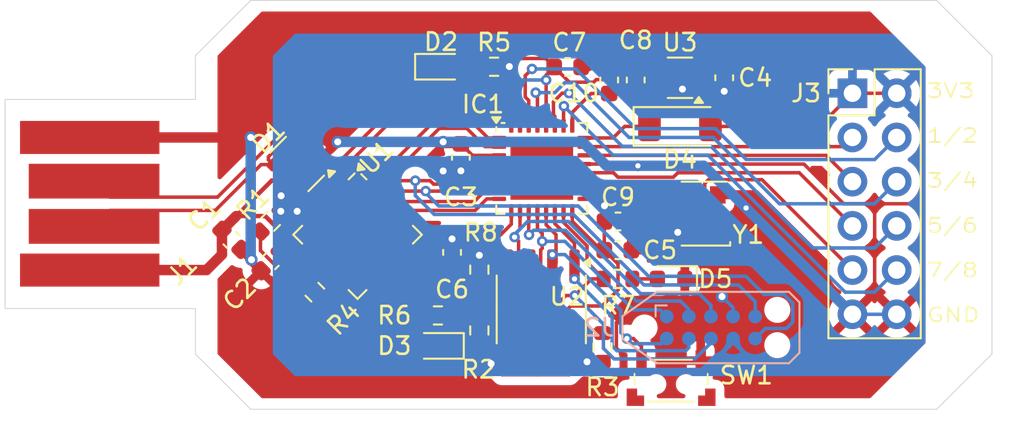
<source format=kicad_pcb>
(kicad_pcb (version 20241229) (generator "pcbnew") (generator_version "9.0")
  (title_block (title "UART384") (date "2025-08-26") (rev "v1.0") (comment 1 "a USB/UART enabled dev-board for the ice40LP384") (comment 2 "https://github.com/dpiegdon/uart384"))
  (layers (0 "F.Cu" signal) (2 "B.Cu" signal) (13 "F.Paste" user) (15 "B.Paste" user) (5 "F.SilkS" user "F.Silkscreen") (7 "B.SilkS" user "B.Silkscreen") (1 "F.Mask" user) (3 "B.Mask" user) (25 "Edge.Cuts" user))
  (net 0 "")
  (net 1 "GND")
  (net 2 "VBUS")
  (net 3 "+3V3")
  (net 4 "+1V2")
  (net 5 "/DN")
  (net 6 "/DP")
  (net 7 "+2V5")
  (net 8 "/SDI")
  (net 9 "/UART_DTR")
  (net 10 "/GPIO3")
  (net 11 "/GPIO1")
  (net 12 "/GPIO7")
  (net 13 "/CDONE")
  (net 14 "/SCK")
  (net 15 "/CLK32M")
  (net 16 "/GPIO6")
  (net 17 "/GPIO4")
  (net 18 "/CRESET_B")
  (net 19 "/SS")
  (net 20 "/UART_DSR")
  (net 21 "/GPIO2")
  (net 22 "/UART_RXD")
  (net 23 "/UART_DCD")
  (net 24 "/UART_CTS")
  (net 25 "/GPIO5")
  (net 26 "/GPIO8")
  (net 27 "/UART_RTS")
  (net 29 "/UART_RI")
  (net 30 "/SDO")
  (net 31 "/UART_TXD")
  (net 32 "Net-(U1-~{RST})")
  (net 33 "Net-(U2-~{WP}{slash}IO2)")
  (net 34 "Net-(U2-~{HOLD}{slash}IO3)")
  (net 35 "Net-(U1-~{SUSPEND})")
  (net 49 "Net-(D3-A)")
  (net 50 "Net-(D2-A)")
  (net 51 "Net-(D5-A)")
  (footprint "Capacitor_SMD:C_0603_1608Metric" (layer "F.Cu") (at 112.43816 69.088 90)
    (property "Reference" "C8")
    (property "Value" "1u")
  )
  (footprint "Resistor_SMD:R_0603_1608Metric" (layer "F.Cu") (at 111.42216 80.518)
    (property "Reference" "R7")
    (property "Value" "1k")
  )
  (footprint "Resistor_SMD:R_0603_1608Metric" (layer "F.Cu") (at 103.463159 79.986001 -90)
    (property "Reference" "R8")
    (property "Value" "10K")
  )
  (footprint "Capacitor_SMD:C_0603_1608Metric" (layer "F.Cu") (at 89.237168 78.272008 -45)
    (property "Reference" "C1")
    (property "Value" "1u")
  )
  (footprint "Resistor_SMD:R_0603_1608Metric" (layer "F.Cu") (at 94.02316 81.28 -45)
    (property "Reference" "R4")
    (property "Value" "10K")
  )
  (footprint "Package_DFN_QFN:QFN-32-1EP_5x5mm_P0.5mm_EP3.6x3.6mm" (layer "F.Cu") (at 107.04716 74.168)
    (property "Reference" "IC1")
    (property "Value" "ICE40LP384-SG32")
  )
  (footprint "Connector_PinHeader_2.54mm:PinHeader_2x06_P2.54mm_Vertical" (layer "F.Cu") (at 124.87916 69.85)
    (property "Reference" "J3")
    (property "Value" "Conn_02x06_Odd_Even")
  )
  (footprint "Capacitor_SMD:C_0603_1608Metric" (layer "F.Cu") (at 117.518159 68.961 90)
    (property "Reference" "C4")
    (property "Value" "4u7")
  )
  (footprint "Capacitor_SMD:C_0603_1608Metric" (layer "F.Cu") (at 111.42216 77.216)
    (property "Reference" "C9")
    (property "Value" "100n")
  )
  (footprint "Resistor_SMD:R_0603_1608Metric" (layer "F.Cu") (at 103.463159 83.479001 90)
    (property "Reference" "R2")
    (property "Value" "10K")
  )
  (footprint "Capacitor_SMD:C_0603_1608Metric" (layer "F.Cu") (at 111.40916 78.867)
    (property "Reference" "C5")
    (property "Value" "1u")
  )
  (footprint "Oscillator:Oscillator_SMD_EuroQuartz_XO32-4Pin_3.2x2.5mm" (layer "F.Cu") (at 116.37516 76.767 180)
    (property "Reference" "Y1")
    (property "Value" "XO32")
  )
  (footprint "dpiegdon:CONN-USB-A-PCB-TRACES" (layer "F.Cu") (at 76.2 76.2 -90)
    (property "Reference" "J1" (hide yes))
    (property "Value" "USB_A" (hide yes))
  )
  (footprint "Capacitor_SMD:C_0603_1608Metric" (layer "F.Cu") (at 108.53266 68.341)
    (property "Reference" "C7")
    (property "Value" "100n")
  )
  (footprint "Capacitor_SMD:C_0603_1608Metric" (layer "F.Cu") (at 91.48316 79.502 -135)
    (property "Reference" "C2")
    (property "Value" "100n")
  )
  (footprint "LED_SMD:LED_0603_1608Metric" (layer "F.Cu") (at 101.26216 68.326)
    (property "Reference" "D2")
    (property "Value" "LED")
  )
  (footprint "Resistor_SMD:R_0603_1608Metric" (layer "F.Cu") (at 101.08516 82.616 180)
    (property "Reference" "R6")
    (property "Value" "1k")
  )
  (footprint "Capacitor_SMD:C_0603_1608Metric" (layer "F.Cu") (at 102.40516 73.533 90)
    (property "Reference" "C3")
    (property "Value" "100n")
  )
  (footprint "Package_TO_SOT_SMD:SOT-353_SC-70-5" (layer "F.Cu") (at 114.97816 68.961 180)
    (property "Reference" "U3")
    (property "Value" "MIC5365-1.2YC5")
  )
  (footprint "Capacitor_SMD:C_0603_1608Metric" (layer "F.Cu") (at 101.89716 78.994 -90)
    (property "Reference" "C6")
    (property "Value" "100n")
  )
  (footprint "LED_SMD:LED_0603_1608Metric" (layer "F.Cu") (at 114.47016 80.518 180)
    (property "Reference" "D5")
    (property "Value" "LED")
  )
  (footprint "dpiegdon:TS-1224W_Side_Button_2x4x3.3mm_3.5mm_3.8mm_SMD_Aliexpress" (layer "F.Cu") (at 114.47016 86.567 180)
    (property "Reference" "SW1")
    (property "Value" "SW_Push")
  )
  (footprint "Diode_SMD:D_MiniMELF" (layer "F.Cu") (at 114.97816 71.755)
    (property "Reference" "D4")
    (property "Value" "LL4148")
  )
  (footprint "Resistor_SMD:R_0603_1608Metric" (layer "F.Cu") (at 104.31016 68.326 180)
    (property "Reference" "R5")
    (property "Value" "1k")
  )
  (footprint "LED_SMD:LED_0603_1608Metric" (layer "F.Cu") (at 101.08516 84.366 180)
    (property "Reference" "D3")
    (property "Value" "LED")
  )
  (footprint "Package_SO:SOIC-8_3.9x4.9mm_P1.27mm" (layer "F.Cu") (at 107.019159 82.272001 -90)
    (property "Reference" "U2")
    (property "Value" "AT25DF256-XMHN-T")
  )
  (footprint "Resistor_SMD:R_0603_1608Metric" (layer "F.Cu") (at 110.53316 84.455 90)
    (property "Reference" "R3")
    (property "Value" "10K")
  )
  (footprint "Resistor_SMD:R_0603_1608Metric" (layer "F.Cu") (at 91.48316 77.216 -135)
    (property "Reference" "R1")
    (property "Value" "4k7")
  )
  (footprint "Package_TO_SOT_SMD:SOT-143" (layer "F.Cu") (at 93.00716 73.914 -135)
    (property "Reference" "D1")
    (property "Value" "PRTR5V0U2X")
  )
  (footprint "Package_DFN_QFN:QFN-28-1EP_5x5mm_P0.5mm_EP3.35x3.35mm" (layer "F.Cu") (at 96.472911 77.977072 -45)
    (property "Reference" "U1")
    (property "Value" "CP2102-QFN28")
  )
  (footprint "Capacitor_SMD:C_0603_1608Metric" (layer "F.Cu") (at 110.91416 69.088 -90)
    (property "Reference" "C10")
    (property "Value" "100n")
  )
  (footprint "Connector:Tag-Connect_TC2050-IDC-NL_2x05_P1.27mm_Vertical" (layer "B.Cu") (at 116.75616 83.312)
    (property "Reference" "J2")
    (property "Value" "TC2050")
  )
  (gr_line (start 87.16516 82.2198) (end 76.24316 82.2198) (stroke (width 0.05)) (layer "Edge.Cuts"))
  (gr_line (start 129.71016 64.516) (end 132.88516 67.691) (stroke (width 0.05)) (layer "Edge.Cuts"))
  (gr_line (start 87.16516 67.691) (end 90.34016 64.516) (stroke (width 0.05)) (layer "Edge.Cuts"))
  (gr_line (start 87.16516 70.2056) (end 87.16516 67.691) (stroke (width 0.05)) (layer "Edge.Cuts"))
  (gr_line (start 90.34016 88.011) (end 87.16516 84.836) (stroke (width 0.05)) (layer "Edge.Cuts"))
  (gr_line (start 76.24316 70.2056) (end 87.16516 70.2056) (stroke (width 0.05)) (layer "Edge.Cuts"))
  (gr_line (start 129.71016 88.011) (end 90.34016 88.011) (stroke (width 0.05)) (layer "Edge.Cuts"))
  (gr_line (start 87.16516 84.836) (end 87.16516 82.2198) (stroke (width 0.05)) (layer "Edge.Cuts"))
  (gr_line (start 90.34016 64.516) (end 129.71016 64.516) (stroke (width 0.05)) (layer "Edge.Cuts"))
  (gr_line (start 132.88516 84.836) (end 129.71016 88.011) (stroke (width 0.05)) (layer "Edge.Cuts"))
  (gr_line (start 76.24316 82.2198) (end 76.24316 70.2056) (stroke (width 0.05)) (layer "Edge.Cuts"))
  (gr_line (start 132.88516 67.691) (end 132.88516 84.836) (stroke (width 0.05)) (layer "Edge.Cuts"))
  (gr_text "3V3\n\n1/2\n\n3/4\n\n5/6\n\n7/8\n\nGND" (at 129.07516 83.058 0) (layer "F.SilkS") (effects (font (size 0.8 1) (thickness 0.1)) (justify left bottom)))
  (segment (start 116.62916 82.296) (end 112.05716 82.296) (width 0.2) (layer "F.Cu") (net 1))
  (segment (start 101.872661 84.366) (end 101.872661 86.003499) (width 0.2) (layer "F.Cu") (net 1))
  (segment (start 101.38516 72.644) (end 101.38516 72.7) (width 0.2) (layer "F.Cu") (net 1))
  (segment (start 94.59815 74.090776) (end 94.59815 75.395204) (width 0.2) (layer "F.Cu") (net 1))
  (segment (start 117.39116 81.534) (end 116.62916 82.296) (width 0.2) (layer "F.Cu") (net 1))
  (segment (start 118.06116 75.692) (end 117.15016 75.692) (width 0.2) (layer "F.Cu") (net 1))
  (segment (start 126.15416 81.275) (end 124.87916 82.55) (width 0.2) (layer "F.Cu") (net 1))
  (segment (start 123.64516 81.316) (end 124.87916 82.55) (width 0.2) (layer "F.Cu") (net 1))
  (segment (start 117.39116 81.534) (end 117.39116 80.681) (width 0.2) (layer "F.Cu") (net 1))
  (segment (start 101.44316 72.758) (end 102.40516 72.758) (width 0.2) (layer "F.Cu") (net 1))
  (segment (start 128.31316 76.2) (end 128.94816 76.835) (width 0.2) (layer "F.Cu") (net 1))
  (segment (start 91.36416 71.366) (end 90.34016 72.39) (width 0.2) (layer "F.Cu") (net 1))
  (segment (start 117.60916 81.316) (end 123.64516 81.316) (width 0.2) (layer "F.Cu") (net 1))
  (segment (start 112.56516 73.918) (end 112.56516 74.018) (width 0.2) (layer "F.Cu") (net 1))
  (segment (start 89.789176 78.820016) (end 90.38516 79.416) (width 0.2) (layer "F.Cu") (net 1))
  (segment (start 124.37616 76.2) (end 126.15416 76.2) (width 0.2) (layer "F.Cu") (net 1))
  (segment (start 101.89716 79.769) (end 100.105232 77.977072) (width 0.2) (layer "F.Cu") (net 1))
  (segment (start 117.39116 81.534) (end 117.60916 81.316) (width 0.2) (layer "F.Cu") (net 1))
  (segment (start 95.33516 72.644) (end 94.65816 73.321) (width 0.2) (layer "F.Cu") (net 1))
  (segment (start 109.49716 73.918) (end 112.56516 73.918) (width 0.2) (layer "F.Cu") (net 1))
  (segment (start 94.05716 71.366) (end 91.36416 71.366) (width 0.2) (layer "F.Cu") (net 1))
  (segment (start 112.31116 78.994) (end 112.18416 78.867) (width 0.2) (layer "F.Cu") (net 1))
  (segment (start 94.244597 73.737223) (end 94.59815 74.090776) (width 0.2) (layer "F.Cu") (net 1))
  (segment (start 122.09416 73.918) (end 124.37616 76.2) (width 0.2) (layer "F.Cu") (net 1))
  (segment (start 90.935152 80.050008) (end 92.748507 81.863363) (width 0.2) (layer "F.Cu") (net 1))
  (segment (start 100.105232 77.977072) (end 96.472911 77.977072) (width 0.2) (layer "F.Cu") (net 1))
  (segment (start 95.725797 81.863363) (end 96.472911 81.116249) (width 0.2) (layer "F.Cu") (net 1))
  (segment (start 81.1 72.39) (end 90.34016 72.39) (width 0.6) (layer "F.Cu") (net 1))
  (segment (start 101.38516 72.7) (end 101.44316 72.758) (width 0.2) (layer "F.Cu") (net 1))
  (segment (start 115.68329 68.961) (end 115.928159 68.961) (width 0.2) (layer "F.Cu") (net 1))
  (segment (start 104.597159 73.418) (end 103.06516 73.418) (width 0.2) (layer "F.Cu") (net 1))
  (segment (start 126.15416 76.2) (end 128.31316 76.2) (width 0.2) (layer "F.Cu") (net 1))
  (segment (start 95.310397 81.863363) (end 95.725797 81.863363) (width 0.2) (layer "F.Cu") (net 1))
  (segment (start 94.65816 73.321) (end 94.65816 73.32366) (width 0.2) (layer "F.Cu") (net 1))
  (segment (start 128.94816 76.835) (end 128.94816 81.021) (width 0.2) (layer "F.Cu") (net 1))
  (segment (start 101.89716 79.769) (end 101.990161 79.862001) (width 0.2) (layer "F.Cu") (net 1))
  (segment (start 110.91416 68.313) (end 112.43816 68.313) (width 0.2) (layer "F.Cu") (net 1))
  (segment (start 103.06516 73.418) (end 102.40516 72.758) (width 0.2) (layer "F.Cu") (net 1))
  (segment (start 113.18716 67.564) (end 114.28629 67.564) (width 0.2) (layer "F.Cu") (net 1))
  (segment (start 126.15416 76.2) (end 126.15416 81.275) (width 0.2) (layer "F.Cu") (net 1))
  (segment (start 96.472911 81.116249) (end 96.472911 77.977072) (width 0.2) (layer "F.Cu") (net 1))
  (segment (start 89.785176 78.820016) (end 89.789176 78.820016) (width 0.2) (layer "F.Cu") (net 1))
  (segment (start 111.80316 84.963) (end 111.80316 85.725) (width 0.2) (layer "F.Cu") (net 1))
  (segment (start 118.77216 76.403) (end 118.06116 75.692) (width 0.2) (layer "F.Cu") (net 1))
  (segment (start 111.80316 85.725) (end 111.04116 86.487) (width 0.2) (layer "F.Cu") (net 1))
  (segment (start 95.094053 75.891107) (end 96.472911 77.269965) (width 0.2) (layer "F.Cu") (net 1))
  (segment (start 94.59815 75.395204) (end 95.094053 75.891107) (width 0.2) (layer "F.Cu") (net 1))
  (segment (start 94.65816 73.32366) (end 94.244597 73.737223) (width 0.2) (layer "F.Cu") (net 1))
  (segment (start 112.18416 78.867) (end 112.18416 77.978) (width 0.2) (layer "F.Cu") (net 1))
  (segment (start 110.88616 68.341) (end 110.91416 68.313) (width 0.2) (layer "F.Cu") (net 1))
  (segment (start 112.18416 77.978) (end 112.18416 77.229) (width 0.2) (layer "F.Cu") (net 1))
  (segment (start 95.33516 72.644) (end 94.05716 71.366) (width 0.2) (layer "F.Cu") (net 1))
  (segment (start 112.43816 68.313) (end 113.18716 67.564) (width 0.2) (layer "F.Cu") (net 1))
  (segment (start 111.32916 84.489) (end 111.80316 84.963) (width 0.2) (layer "F.Cu") (net 1))
  (segment (start 94.606523 81.863363) (end 95.310397 81.863363) (width 0.2) (layer "F.Cu") (net 1))
  (segment (start 92.748507 81.863363) (end 94.606523 81.863363) (width 0.2) (layer "F.Cu") (net 1))
  (segment (start 114.28629 67.564) (end 115.68329 68.961) (width 0.2) (layer "F.Cu") (net 1))
  (segment (start 128.94816 81.021) (end 127.41916 82.55) (width 0.2) (layer "F.Cu") (net 1))
  (segment (start 112.05716 82.296) (end 111.32916 83.024) (width 0.2) (layer "F.Cu") (net 1))
  (segment (start 101.990161 79.862001) (end 105.049159 79.862001) (width 0.2) (layer "F.Cu") (net 1))
  (segment (start 118.77216 76.443) (end 118.77216 76.403) (width 0.2) (layer "F.Cu") (net 1))
  (segment (start 109.30766 68.341) (end 110.88616 68.341) (width 0.2) (layer "F.Cu") (net 1))
  (segment (start 112.18416 77.229) (end 112.19716 77.216) (width 0.2) (layer "F.Cu") (net 1))
  (segment (start 111.32916 83.024) (end 111.32916 84.489) (width 0.2) (layer "F.Cu") (net 1))
  (segment (start 117.39116 80.681) (end 115.70416 78.994) (width 0.2) (layer "F.Cu") (net 1))
  (segment (start 96.472911 77.269965) (end 96.472911 77.977072) (width 0.2) (layer "F.Cu") (net 1))
  (segment (start 112.56516 73.918) (end 122.09416 73.918) (width 0.2) (layer "F.Cu") (net 1))
  (segment (start 115.70416 78.994) (end 112.31116 78.994) (width 0.2) (layer "F.Cu") (net 1))
  (segment (start 105.049159 79.862001) (end 105.114159 79.797001) (width 0.2) (layer "F.Cu") (net 1))
  (via (at 117.39116 81.534) (size 0.7) (drill 0.4) (layers "F.Cu" "B.Cu") (net 1))
  (via (at 112.56516 74.018) (size 0.6) (drill 0.3) (layers "F.Cu" "B.Cu") (net 1))
  (via (at 101.38516 72.644) (size 0.7) (drill 0.4) (layers "F.Cu" "B.Cu") (net 1))
  (via (at 90.38516 79.416) (size 0.7) (drill 0.4) (layers "F.Cu" "B.Cu") (net 1))
  (via (at 95.33516 72.644) (size 0.7) (drill 0.4) (layers "F.Cu" "B.Cu") (net 1))
  (via (at 90.34016 72.39) (size 0.7) (drill 0.4) (layers "F.Cu" "B.Cu") (net 1))
  (via (at 118.77216 76.443) (size 0.6) (drill 0.3) (layers "F.Cu" "B.Cu") (net 1))
  (segment (start 101.38516 72.816) (end 101.38516 72.644) (width 0.2) (layer "B.Cu") (net 1))
  (segment (start 110.76416 74.018) (end 109.39016 72.644) (width 0.6) (layer "B.Cu") (net 1))
  (segment (start 95.33516 72.644) (end 101.38516 72.644) (width 0.6) (layer "B.Cu") (net 1))
  (segment (start 116.34716 74.018) (end 118.77216 76.443) (width 0.6) (layer "B.Cu") (net 1))
  (segment (start 109.39016 72.644) (end 101.38516 72.644) (width 0.6) (layer "B.Cu") (net 1))
  (segment (start 118.77216 76.443) (end 124.87916 82.55) (width 0.6) (layer "B.Cu") (net 1))
  (segment (start 118.02616 82.169) (end 118.02616 82.677) (width 0.2) (layer "B.Cu") (net 1))
  (segment (start 124.87916 82.55) (end 127.41916 82.55) (width 0.2) (layer "B.Cu") (net 1))
  (segment (start 112.56516 74.018) (end 116.34716 74.018) (width 0.6) (layer "B.Cu") (net 1))
  (segment (start 112.56516 74.018) (end 110.76416 74.018) (width 0.6) (layer "B.Cu") (net 1))
  (segment (start 90.34016 79.371) (end 90.34016 72.39) (width 0.6) (layer "B.Cu") (net 1))
  (segment (start 117.39116 81.534) (end 118.02616 82.169) (width 0.2) (layer "B.Cu") (net 1))
  (segment (start 92.60616 78.379) (end 92.60616 78.339) (width 0.25) (layer "F.Cu") (net 2))
  (segment (start 81.1 80.01) (end 87.80016 80.01) (width 0.6) (layer "F.Cu") (net 2))
  (segment (start 93.370016 78.339) (end 93.679839 78.648823) (width 0.25) (layer "F.Cu") (net 2))
  (segment (start 92.544947 74.866) (end 92.971805 75.292858) (width 0.25) (layer "F.Cu") (net 2))
  (segment (start 93.38816 77.597) (end 91.86416 77.597) (width 0.25) (layer "F.Cu") (net 2))
  (segment (start 91.54716 74.866) (end 92.544947 74.866) (width 0.25) (layer "F.Cu") (net 2))
  (segment (start 87.80016 80.01) (end 88.68916 79.121) (width 0.6) (layer "F.Cu") (net 2))
  (segment (start 91.740591 77.473431) (end 92.60616 78.339) (width 0.25) (layer "F.Cu") (net 2))
  (segment (start 92.60616 78.339) (end 93.370016 78.339) (width 0.25) (layer "F.Cu") (net 2))
  (segment (start 93.679839 77.305321) (end 93.38816 77.597) (width 0.25) (layer "F.Cu") (net 2))
  (segment (start 88.68916 77.724) (end 89.50645 76.90671) (width 0.6) (layer "F.Cu") (net 2))
  (segment (start 91.17387 76.90671) (end 90.41187 76.90671) (width 0.25) (layer "F.Cu") (net 2))
  (segment (start 91.740591 77.473431) (end 91.17387 76.90671) (width 0.25) (layer "F.Cu") (net 2))
  (segment (start 92.031168 78.953992) (end 92.60616 78.379) (width 0.25) (layer "F.Cu") (net 2))
  (segment (start 89.50645 76.90671) (end 90.41187 76.90671) (width 0.25) (layer "F.Cu") (net 2))
  (segment (start 91.86416 77.597) (end 91.740591 77.473431) (width 0.25) (layer "F.Cu") (net 2))
  (segment (start 88.68916 79.121) (end 88.68916 77.724) (width 0.6) (layer "F.Cu") (net 2))
  (segment (start 89.50645 76.90671) (end 91.54716 74.866) (width 0.25) (layer "F.Cu") (net 2))
  (segment (start 110.45646 78.867) (end 110.63416 78.867) (width 0.2) (layer "F.Cu") (net 3))
  (segment (start 110.53316 85.28) (end 109.64416 85.28) (width 0.2) (layer "F.Cu") (net 3))
  (segment (start 110.50066 82.0745) (end 111.42216 81.153) (width 0.2) (layer "F.Cu") (net 3))
  (segment (start 116.253159 69.611) (end 115.92816 69.611) (width 0.2) (layer "F.Cu") (net 3))
  (segment (start 108.924159 84.747001) (end 108.924159 85.722) (width 0.2) (layer "F.Cu") (net 3))
  (segment (start 103.463159 79.161001) (end 102.839161 79.161001) (width 0.2) (layer "F.Cu") (net 3))
  (segment (start 110.74816 76.314) (end 110.64716 76.314) (width 0.2) (layer "F.Cu") (net 3))
  (segment (start 108.623158 86.023001) (end 106.72316 86.023001) (width 0.2) (layer "F.Cu") (net 3))
  (segment (start 110.63416 77.978) (end 110.63416 77.229) (width 0.2) (layer "F.Cu") (net 3))
  (segment (start 104.138675 85.388485) (end 104.773191 86.023001) (width 0.2) (layer "F.Cu") (net 3))
  (segment (start 102.40516 74.308) (end 102.79516 73.918) (width 0.2) (layer "F.Cu") (net 3))
  (segment (start 115.92816 69.611) (end 115.12016 69.611) (width 0.2) (layer "F.Cu") (net 3))
  (segment (start 106.72316 86.023001) (end 104.773191 86.023001) (width 0.2) (layer "F.Cu") (net 3))
  (segment (start 124.87916 69.85) (end 127.41916 69.85) (width 0.2) (layer "F.Cu") (net 3))
  (segment (start 110.64716 76.441) (end 110.64716 77.216) (width 0.2) (layer "F.Cu") (net 3))
  (segment (start 108.797159 77.207699) (end 110.45646 78.867) (width 0.2) (layer "F.Cu") (net 3))
  (segment (start 110.63416 77.229) (end 110.64716 77.216) (width 0.2) (layer "F.Cu") (net 3))
  (segment (start 108.924159 85.722) (end 108.623158 86.023001) (width 0.2) (layer "F.Cu") (net 3))
  (segment (start 115.60016 77.842) (end 114.85116 77.842) (width 0.2) (layer "F.Cu") (net 3))
  (segment (start 115.60016 77.842) (end 117.15016 77.842) (width 0.2) (layer "F.Cu") (net 3))
  (segment (start 108.63166 69.215) (end 107.75766 68.341) (width 0.2) (layer "F.Cu") (net 3))
  (segment (start 108.797159 76.618) (end 108.797159 77.207699) (width 0.2) (layer "F.Cu") (net 3))
  (segment (start 107.75766 68.341) (end 107.29716 68.8015) (width 0.2) (layer "F.Cu") (net 3))
  (segment (start 111.42216 81.153) (end 111.42216 79.655) (width 0.2) (layer "F.Cu") (net 3))
  (segment (start 102.79516 73.918) (end 104.59716 73.918) (width 0.2) (layer "F.Cu") (net 3))
  (segment (start 116.72816 71.755) (end 122.97416 71.755) (width 0.2) (layer "F.Cu") (net 3))
  (segment (start 107.053159 85.693002) (end 107.053159 83.731033) (width 0.2) (layer "F.Cu") (net 3))
  (segment (start 110.251159 75.917999) (end 110.64716 76.314) (width 0.2) (layer "F.Cu") (net 3))
  (segment (start 102.40516 74.308) (end 101.39316 74.308) (width 0.2) (layer "F.Cu") (net 3))
  (segment (start 109.64416 85.28) (end 109.457158 85.28) (width 0.2) (layer "F.Cu") (net 3))
  (segment (start 116.554159 69.31) (end 116.253159 69.611) (width 0.2) (layer "F.Cu") (net 3))
  (segment (start 116.173029 68.311) (end 116.554159 68.69213) (width 0.2) (layer "F.Cu") (net 3))
  (segment (start 101.89716 78.219) (end 101.91016 78.232) (width 0.2) (layer "F.Cu") (net 3))
  (segment (start 122.97416 71.755) (end 124.87916 69.85) (width 0.2) (layer "F.Cu") (net 3))
  (segment (start 110.02516 69.215) (end 108.63166 69.215) (width 0.2) (layer "F.Cu") (net 3))
  (segment (start 102.839161 79.161001) (end 101.89716 78.219) (width 0.2) (layer "F.Cu") (net 3))
  (segment (start 92.066523 76.632637) (end 92.066523 75.759637) (width 0.25) (layer "F.Cu") (net 3))
  (segment (start 107.29716 68.8015) (end 107.29716 69.088) (width 0.2) (layer "F.Cu") (net 3))
  (segment (start 107.26866 67.852) (end 107.75766 68.341) (width 0.2) (layer "F.Cu") (net 3))
  (segment (start 113.33616 76.327) (end 110.76116 76.327) (width 0.2) (layer "F.Cu") (net 3))
  (segment (start 107.29716 71.718) (end 107.29716 69.088) (width 0.2) (layer "F.Cu") (net 3))
  (segment (start 116.554159 68.69213) (end 116.554159 69.31) (width 0.2) (layer "F.Cu") (net 3))
  (segment (start 117.393159 69.611) (end 117.518159 69.736) (width 0.2) (layer "F.Cu") (net 3))
  (segment (start 110.63416 78.867) (end 110.63416 77.978) (width 0.2) (layer "F.Cu") (net 3))
  (segment (start 108.709692 82.0745) (end 110.50066 82.0745) (width 0.2) (layer "F.Cu") (net 3))
  (segment (start 110.64716 76.314) (end 110.64716 76.441) (width 0.2) (layer "F.Cu") (net 3))
  (segment (start 103.508159 79.161001) (end 103.463159 79.161001) (width 0.2) (layer "F.Cu") (net 3))
  (segment (start 114.85116 77.842) (end 113.33616 76.327) (width 0.2) (layer "F.Cu") (net 3))
  (segment (start 93.00716 76.632637) (end 92.066523 76.632637) (width 0.25) (layer "F.Cu") (net 3))
  (segment (start 115.92816 68.311) (end 116.173029 68.311) (width 0.2) (layer "F.Cu") (net 3))
  (segment (start 116.72816 71.755) (end 116.72816 71.021) (width 0.2) (layer "F.Cu") (net 3))
  (segment (start 110.17616 69.064) (end 110.02516 69.215) (width 0.2) (layer "F.Cu") (net 3))
  (segment (start 101.39316 74.308) (end 101.38516 74.316) (width 0.2) (layer "F.Cu") (net 3))
  (segment (start 106.72316 86.023001) (end 107.053159 85.693002) (width 0.2) (layer "F.Cu") (net 3))
  (segment (start 116.72816 71.021) (end 117.518159 70.231001) (width 0.2) (layer "F.Cu") (net 3))
  (segment (start 105.13516 68.326) (end 105.60916 67.852) (width 0.2) (layer "F.Cu") (net 3))
  (segment (start 105.297161 77.371999) (end 103.508159 79.161001) (width 0.2) (layer "F.Cu") (net 3))
  (segment (start 109.457158 85.28) (end 108.924159 84.747001) (width 0.2) (layer "F.Cu") (net 3))
  (segment (start 115.12016 69.611) (end 114.57316 69.064) (width 0.2) (layer "F.Cu") (net 3))
  (segment (start 103.463159 84.304001) (end 103.463159 84.712969) (width 0.2) (layer "F.Cu") (net 3))
  (segment (start 115.92816 69.611) (end 117.393159 69.611) (width 0.2) (layer "F.Cu") (net 3))
  (segment (start 93.00716 76.632637) (end 93.714263 76.632637) (width 0.25) (layer "F.Cu") (net 3))
  (segment (start 93.714263 76.632637) (end 94.033393 76.951767) (width 0.25) (layer "F.Cu") (net 3))
  (segment (start 105.60916 67.852) (end 107.26866 67.852) (width 0.2) (layer "F.Cu") (net 3))
  (segment (start 105.297161 76.618) (end 105.297161 77.371999) (width 0.2) (layer "F.Cu") (net 3))
  (segment (start 92.066523 75.759637) (end 92.08516 75.741) (width 0.25) (layer "F.Cu") (net 3))
  (segment (start 103.463159 84.712969) (end 104.138675 85.388485) (width 0.2) (layer "F.Cu") (net 3))
  (segment (start 111.42216 79.655) (end 110.63416 78.867) (width 0.2) (layer "F.Cu") (net 3))
  (segment (start 109.49716 75.917999) (end 110.251159 75.917999) (width 0.2) (layer "F.Cu") (net 3))
  (segment (start 114.57316 69.064) (end 110.17616 69.064) (width 0.2) (layer "F.Cu") (net 3))
  (segment (start 110.76116 76.327) (end 110.74816 76.314) (width 0.2) (layer "F.Cu") (net 3))
  (segment (start 115.92816 69.657) (end 115.92816 69.611) (width 0.2) (layer "F.Cu") (net 3))
  (segment (start 107.053159 83.731033) (end 108.709692 82.0745) (width 0.2) (layer "F.Cu") (net 3))
  (segment (start 117.518159 70.231001) (end 117.518159 69.736) (width 0.2) (layer "F.Cu") (net 3))
  (via (at 102.40516 74.308) (size 0.7) (drill 0.4) (layers "F.Cu" "B.Cu") (net 3))
  (via (at 114.85116 77.842) (size 0.7) (drill 0.4) (layers "F.Cu" "B.Cu") (net 3))
  (via (at 93.00716 76.632637) (size 0.7) (drill 0.4) (layers "F.Cu" "B.Cu") (net 3))
  (via (at 101.89716 78.219) (size 0.7) (drill 0.4) (layers "F.Cu" "B.Cu") (net 3))
  (via (at 105.18516 68.316) (size 0.7) (drill 0.4) (layers "F.Cu" "B.Cu") (net 3))
  (via (at 92.08516 75.741) (size 0.7) (drill 0.4) (layers "F.Cu" "B.Cu") (net 3))
  (via (at 101.38516 74.316) (size 0.7) (drill 0.4) (layers "F.Cu" "B.Cu") (net 3))
  (via (at 115.12016 69.611) (size 0.7) (drill 0.4) (layers "F.Cu" "B.Cu") (net 3))
  (via (at 107.29716 69.088) (size 0.6) (drill 0.3) (layers "F.Cu" "B.Cu") (net 3))
  (via (at 109.64416 85.28) (size 0.7) (drill 0.4) (layers "F.Cu" "B.Cu") (net 3))
  (via (at 110.64716 76.314) (size 0.7) (drill 0.4) (layers "F.Cu" "B.Cu") (net 3))
  (via (at 104.138675 85.388485) (size 0.7) (drill 0.4) (layers "F.Cu" "B.Cu") (net 3))
  (via (at 92.066523 76.632637) (size 0.7) (drill 0.4) (layers "F.Cu" "B.Cu") (net 3))
  (via (at 103.463159 79.161001) (size 0.7) (drill 0.4) (layers "F.Cu" "B.Cu") (net 3))
  (via (at 117.518159 69.736) (size 0.7) (drill 0.4) (layers "F.Cu" "B.Cu") (net 3))
  (segment (start 105.76866 69.088) (end 105.18516 68.5045) (width 0.2) (layer "B.Cu") (net 3))
  (segment (start 110.08916 85.725) (end 109.64416 85.28) (width 0.2) (layer "B.Cu") (net 3))
  (segment (start 105.18516 68.5045) (end 105.18516 68.316) (width 0.2) (layer "B.Cu") (net 3))
  (segment (start 116.47891 85.725) (end 110.08916 85.725) (width 0.2) (layer "B.Cu") (net 3))
  (segment (start 118.02616 83.947) (end 118.02616 84.17775) (width 0.2) (layer "B.Cu") (net 3))
  (segment (start 107.29716 69.088) (end 105.76866 69.088) (width 0.2) (layer "B.Cu") (net 3))
  (segment (start 118.02616 84.17775) (end 116.47891 85.725) (width 0.2) (layer "B.Cu") (net 3))
  (segment (start 114.02816 69.611) (end 112.69016 69.611) (width 0.2) (layer "F.Cu") (net 4))
  (segment (start 109.88516 69.863) (end 110.91416 69.863) (width 0.2) (layer "F.Cu") (net 4))
  (segment (start 108.797159 71.718) (end 108.797159 70.951001) (width 0.2) (layer "F.Cu") (net 4))
  (segment (start 110.91416 69.863) (end 112.43816 69.863) (width 0.2) (layer "F.Cu") (net 4))
  (segment (start 108.797159 70.951001) (end 109.88516 69.863) (width 0.2) (layer "F.Cu") (net 4))
  (segment (start 112.69016 69.611) (end 112.43816 69.863) (width 0.2) (layer "F.Cu") (net 4))
  (segment (start 92.62616 74.026559) (end 92.62616 73.152) (width 0.2) (layer "F.Cu") (net 5))
  (segment (start 92.410302 72.936142) (end 91.919068 72.936142) (width 0.2) (layer "F.Cu") (net 5))
  (segment (start 91.35616 73.49905) (end 91.35616 73.677213) (width 0.2) (layer "F.Cu") (net 5))
  (segment (start 91.35616 73.677213) (end 91.628302 73.949355) (width 0.2) (layer "F.Cu") (net 5))
  (segment (start 81.35 77.5) (end 82.269 76.581) (width 0.2) (layer "F.Cu") (net 5))
  (segment (start 82.269 76.581) (end 88.30816 76.581) (width 0.2) (layer "F.Cu") (net 5))
  (segment (start 91.919068 72.936142) (end 91.35616 73.49905) (width 0.2) (layer "F.Cu") (net 5))
  (segment (start 94.386946 76.598214) (end 93.776381 75.987649) (width 0.2) (layer "F.Cu") (net 5))
  (segment (start 92.62616 73.152) (end 92.410302 72.936142) (width 0.2) (layer "F.Cu") (net 5))
  (segment (start 88.30816 76.581) (end 90.939805 73.949355) (width 0.2) (layer "F.Cu") (net 5))
  (segment (start 93.776381 75.987649) (end 93.776381 75.17678) (width 0.2) (layer "F.Cu") (net 5))
  (segment (start 93.776381 75.17678) (end 92.62616 74.026559) (width 0.2) (layer "F.Cu") (net 5))
  (segment (start 90.939805 73.949355) (end 91.628302 73.949355) (width 0.2) (layer "F.Cu") (net 5))
  (segment (start 93.042515 73.875814) (end 94.177381 75.01068) (width 0.2) (layer "F.Cu") (net 6))
  (segment (start 91.719018 72.535142) (end 88.43516 75.819) (width 0.2) (layer "F.Cu") (net 6))
  (segment (start 94.177381 75.01068) (end 94.177381 75.681542) (width 0.2) (layer "F.Cu") (net 6))
  (segment (start 93.042515 72.535142) (end 91.719018 72.535142) (width 0.2) (layer "F.Cu") (net 6))
  (segment (start 82.269 75.819) (end 81.35 74.9) (width 0.2) (layer "F.Cu") (net 6))
  (segment (start 88.43516 75.819) (end 82.269 75.819) (width 0.2) (layer "F.Cu") (net 6))
  (segment (start 93.042515 72.535142) (end 93.042515 73.875814) (width 0.2) (layer "F.Cu") (net 6))
  (segment (start 94.177381 75.681542) (end 94.740499 76.24466) (width 0.2) (layer "F.Cu") (net 6))
  (segment (start 111.80316 71.755) (end 113.22816 71.755) (width 0.2) (layer "F.Cu") (net 7))
  (segment (start 109.49716 72.418001) (end 111.140159 72.418001) (width 0.2) (layer "F.Cu") (net 7))
  (segment (start 111.140159 72.418001) (end 111.80316 71.755) (width 0.2) (layer "F.Cu") (net 7))
  (segment (start 107.86616 77.978) (end 107.29716 77.409) (width 0.2) (layer "F.Cu") (net 8))
  (segment (start 112.77016 85.217) (end 112.77016 84.406) (width 0.2) (layer "F.Cu") (net 8))
  (segment (start 107.86616 79.585) (end 107.86616 77.978) (width 0.2) (layer "F.Cu") (net 8))
  (segment (start 112.77016 84.406) (end 112.31116 83.947) (width 0.2) (layer "F.Cu") (net 8))
  (segment (start 107.29716 77.409) (end 107.29716 76.618) (width 0.2) (layer "F.Cu") (net 8))
  (segment (start 112.31116 83.947) (end 111.93016 83.947) (width 0.2) (layer "F.Cu") (net 8))
  (segment (start 107.654159 79.797001) (end 107.86616 79.585) (width 0.2) (layer "F.Cu") (net 8))
  (via (at 111.93016 83.947) (size 0.6) (drill 0.3) (layers "F.Cu" "B.Cu") (net 8))
  (via (at 107.654159 79.121) (size 0.6) (drill 0.3) (layers "F.Cu" "B.Cu") (net 8))
  (segment (start 111.58516 83.602) (end 111.58516 82.329058) (width 0.2) (layer "B.Cu") (net 8))
  (segment (start 111.93016 83.947) (end 111.58516 83.602) (width 0.2) (layer "B.Cu") (net 8))
  (segment (start 111.58516 82.329058) (end 108.377102 79.121) (width 0.2) (layer "B.Cu") (net 8))
  (segment (start 113.92246 84.2407) (end 114.21616 83.947) (width 0.2) (layer "B.Cu") (net 8))
  (segment (start 112.22386 84.2407) (end 113.92246 84.2407) (width 0.2) (layer "B.Cu") (net 8))
  (segment (start 111.93016 83.947) (end 112.22386 84.2407) (width 0.2) (layer "B.Cu") (net 8))
  (segment (start 108.377102 79.121) (end 107.654159 79.121) (width 0.2) (layer "B.Cu") (net 8))
  (segment (start 103.957161 72.418001) (end 104.59716 72.418001) (width 0.2) (layer "F.Cu") (net 9))
  (segment (start 97.144662 75.184) (end 100.914662 71.414) (width 0.2) (layer "F.Cu") (net 9))
  (segment (start 100.914662 71.414) (end 102.95316 71.414) (width 0.2) (layer "F.Cu") (net 9))
  (segment (start 102.95316 71.414) (end 103.957161 72.418001) (width 0.2) (layer "F.Cu") (net 9))
  (segment (start 124.87916 74.93) (end 123.36716 73.418) (width 0.2) (layer "F.Cu") (net 10))
  (segment (start 123.36716 73.418) (end 109.497161 73.418) (width 0.2) (layer "F.Cu") (net 10))
  (segment (start 124.35116 72.918) (end 124.87916 72.39) (width 0.2) (layer "F.Cu") (net 11))
  (segment (start 109.49716 72.918) (end 124.35116 72.918) (width 0.2) (layer "F.Cu") (net 11))
  (segment (start 113.70816 75.692) (end 114.72416 76.708) (width 0.2) (layer "F.Cu") (net 12))
  (segment (start 114.72416 76.708) (end 116.12116 76.708) (width 0.2) (layer "F.Cu") (net 12))
  (segment (start 110.76716 75.418) (end 111.04116 75.692) (width 0.2) (layer "F.Cu") (net 12))
  (segment (start 119.68816 74.819) (end 124.87916 80.01) (width 0.2) (layer "F.Cu") (net 12))
  (segment (start 116.39916 76.43) (end 116.39916 75.033) (width 0.2) (layer "F.Cu") (net 12))
  (segment (start 116.12116 76.708) (end 116.39916 76.43) (width 0.2) (layer "F.Cu") (net 12))
  (segment (start 109.49716 75.418) (end 110.76716 75.418) (width 0.2) (layer "F.Cu") (net 12))
  (segment (start 111.04116 75.692) (end 113.70816 75.692) (width 0.2) (layer "F.Cu") (net 12))
  (segment (start 116.61316 74.819) (end 119.68816 74.819) (width 0.2) (layer "F.Cu") (net 12))
  (segment (start 116.39916 75.033) (end 116.61316 74.819) (width 0.2) (layer "F.Cu") (net 12))
  (segment (start 106.29716 77.806) (end 106.29716 76.618001) (width 0.2) (layer "F.Cu") (net 13))
  (segment (start 106.315159 77.984343) (end 106.315159 77.823999) (width 0.2) (layer "F.Cu") (net 13))
  (segment (start 106.315159 77.823999) (end 106.29716 77.806) (width 0.2) (layer "F.Cu") (net 13))
  (via (at 106.315159 77.984343) (size 0.6) (drill 0.3) (layers "F.Cu" "B.Cu") (net 13))
  (segment (start 106.315159 77.984343) (end 106.575502 77.724) (width 0.2) (layer "B.Cu") (net 13))
  (segment (start 112.47266 81.788) (end 115.00716 81.788) (width 0.2) (layer "B.Cu") (net 13))
  (segment (start 115.00716 81.788) (end 115.48616 82.267) (width 0.2) (layer "B.Cu") (net 13))
  (segment (start 115.48616 82.267) (end 115.48616 82.677) (width 0.2) (layer "B.Cu") (net 13))
  (segment (start 106.575502 77.724) (end 108.40866 77.724) (width 0.2) (layer "B.Cu") (net 13))
  (segment (start 108.40866 77.724) (end 112.47266 81.788) (width 0.2) (layer "B.Cu") (net 13))
  (segment (start 108.43466 81.4735) (end 108.94266 81.4735) (width 0.2) (layer "F.Cu") (net 14))
  (segment (start 106.384159 83.524001) (end 108.43466 81.4735) (width 0.2) (layer "F.Cu") (net 14))
  (segment (start 108.94266 81.4735) (end 109.89816 80.518) (width 0.2) (layer "F.Cu") (net 14))
  (segment (start 108.29716 77.2748) (end 108.29716 76.618) (width 0.2) (layer "F.Cu") (net 14))
  (segment (start 106.384159 84.747001) (end 106.384159 83.524001) (width 0.2) (layer "F.Cu") (net 14))
  (segment (start 110.59716 80.518) (end 109.64416 79.565) (width 0.2) (layer "F.Cu") (net 14))
  (segment (start 109.89816 80.518) (end 110.59716 80.518) (width 0.2) (layer "F.Cu") (net 14))
  (segment (start 109.64416 79.565) (end 109.64416 78.6218) (width 0.2) (layer "F.Cu") (net 14))
  (segment (start 109.64416 78.6218) (end 108.29716 77.2748) (width 0.2) (layer "F.Cu") (net 14))
  (via (at 108.94266 81.4735) (size 0.6) (drill 0.3) (layers "F.Cu" "B.Cu") (net 14))
  (segment (start 110.58516 84.507) (end 111.19416 85.116) (width 0.2) (layer "B.Cu") (net 14))
  (segment (start 115.83516 85.116) (end 116.75616 84.195) (width 0.2) (layer "B.Cu") (net 14))
  (segment (start 111.19416 85.116) (end 115.83516 85.116) (width 0.2) (layer "B.Cu") (net 14))
  (segment (start 116.75616 84.195) (end 116.75616 83.947) (width 0.2) (layer "B.Cu") (net 14))
  (segment (start 110.58516 83.116) (end 110.58516 84.507) (width 0.2) (layer "B.Cu") (net 14))
  (segment (start 108.94266 81.4735) (end 110.58516 83.116) (width 0.2) (layer "B.Cu") (net 14))
  (segment (start 111.29516 75.184) (end 115.09216 75.184) (width 0.2) (layer "F.Cu") (net 15))
  (segment (start 109.497161 74.918) (end 111.02916 74.918) (width 0.2) (layer "F.Cu") (net 15))
  (segment (start 111.02916 74.918) (end 111.29516 75.184) (width 0.2) (layer "F.Cu") (net 15))
  (segment (start 115.09216 75.184) (end 115.60016 75.692) (width 0.2) (layer "F.Cu") (net 15))
  (segment (start 107.79716 71.717999) (end 107.79716 71.178) (width 0.2) (layer "F.Cu") (net 16))
  (segment (start 107.716898 71.097738) (end 107.716898 70.341074) (width 0.2) (layer "F.Cu") (net 16))
  (segment (start 107.716898 70.341074) (end 108.211628 69.846344) (width 0.2) (layer "F.Cu") (net 16))
  (segment (start 107.79716 71.178) (end 107.716898 71.097738) (width 0.2) (layer "F.Cu") (net 16))
  (segment (start 108.211628 69.846344) (end 108.61278 69.846344) (width 0.2) (layer "F.Cu") (net 16))
  (via (at 108.61278 69.846344) (size 0.6) (drill 0.3) (layers "F.Cu" "B.Cu") (net 16))
  (segment (start 126.14916 78.74) (end 127.41916 77.47) (width 0.2) (layer "B.Cu") (net 16))
  (segment (start 111.664436 72.898) (end 116.75616 72.898) (width 0.2) (layer "B.Cu") (net 16))
  (segment (start 116.75616 72.898) (end 122.59816 78.74) (width 0.2) (layer "B.Cu") (net 16))
  (segment (start 122.59816 78.74) (end 126.14916 78.74) (width 0.2) (layer "B.Cu") (net 16))
  (segment (start 108.61278 69.846344) (end 111.664436 72.898) (width 0.2) (layer "B.Cu") (net 16))
  (segment (start 106.79716 71.718) (end 106.79716 69.916) (width 0.2) (layer "F.Cu") (net 17))
  (segment (start 106.79716 69.916) (end 106.69716 69.816) (width 0.2) (layer "F.Cu") (net 17))
  (via (at 106.69716 69.816) (size 0.6) (drill 0.3) (layers "F.Cu" "B.Cu") (net 17))
  (segment (start 120.69316 76.2) (end 126.14916 76.2) (width 0.2) (layer "B.Cu") (net 17))
  (segment (start 106.69716 69.816) (end 107.793181 69.816) (width 0.2) (layer "B.Cu") (net 17))
  (segment (start 108.363837 69.245344) (end 108.912504 69.245344) (width 0.2) (layer "B.Cu") (net 17))
  (segment (start 108.912504 69.245344) (end 112.05716 72.39) (width 0.2) (layer "B.Cu") (net 17))
  (segment (start 126.14916 76.2) (end 127.41916 74.93) (width 0.2) (layer "B.Cu") (net 17))
  (segment (start 116.88316 72.39) (end 120.69316 76.2) (width 0.2) (layer "B.Cu") (net 17))
  (segment (start 112.05716 72.39) (end 116.88316 72.39) (width 0.2) (layer "B.Cu") (net 17))
  (segment (start 107.793181 69.816) (end 108.363837 69.245344) (width 0.2) (layer "B.Cu") (net 17))
  (segment (start 105.715159 80.812969) (end 105.455127 81.073001) (width 0.2) (layer "F.Cu") (net 18))
  (segment (start 105.715159 78.345999) (end 105.715159 80.812969) (width 0.2) (layer "F.Cu") (net 18))
  (segment (start 105.48516 77.964399) (end 105.48516 78.116) (width 0.2) (layer "F.Cu") (net 18))
  (segment (start 105.79716 77.652399) (end 105.48516 77.964399) (width 0.2) (layer "F.Cu") (net 18))
  (segment (start 105.48516 78.116) (end 105.715159 78.345999) (width 0.2) (layer "F.Cu") (net 18))
  (segment (start 105.455127 81.073001) (end 103.725159 81.073001) (width 0.2) (layer "F.Cu") (net 18))
  (segment (start 105.79716 76.618) (end 105.79716 77.652399) (width 0.2) (layer "F.Cu") (net 18))
  (segment (start 103.725159 81.073001) (end 103.463159 80.811001) (width 0.2) (layer "F.Cu") (net 18))
  (via (at 105.48516 78.116) (size 0.6) (drill 0.3) (layers "F.Cu" "B.Cu") (net 18))
  (segment (start 116.75616 82.037) (end 116.75616 82.677) (width 0.2) (layer "B.Cu") (net 18))
  (segment (start 116.08516 81.366) (end 116.75616 82.037) (width 0.2) (layer "B.Cu") (net 18))
  (segment (start 108.571188 77.216) (end 112.721188 81.366) (width 0.2) (layer "B.Cu") (net 18))
  (segment (start 105.48516 77.964399) (end 106.233559 77.216) (width 0.2) (layer "B.Cu") (net 18))
  (segment (start 105.48516 78.116) (end 105.48516 77.964399) (width 0.2) (layer "B.Cu") (net 18))
  (segment (start 106.233559 77.216) (end 108.571188 77.216) (width 0.2) (layer "B.Cu") (net 18))
  (segment (start 112.721188 81.366) (end 116.08516 81.366) (width 0.2) (layer "B.Cu") (net 18))
  (segment (start 108.924159 79.797001) (end 108.924159 78.468899) (width 0.2) (layer "F.Cu") (net 19))
  (segment (start 108.924159 78.468899) (end 107.79716 77.3419) (width 0.2) (layer "F.Cu") (net 19))
  (segment (start 107.79716 77.3419) (end 107.79716 76.618001) (width 0.2) (layer "F.Cu") (net 19))
  (via (at 108.924159 80.518) (size 0.6) (drill 0.3) (layers "F.Cu" "B.Cu") (net 19))
  (segment (start 115.30946 84.6417) (end 115.48616 84.465) (width 0.2) (layer "B.Cu") (net 19))
  (segment (start 111.35486 84.6417) (end 115.30946 84.6417) (width 0.2) (layer "B.Cu") (net 19))
  (segment (start 111.08516 82.679001) (end 111.08516 84.372) (width 0.2) (layer "B.Cu") (net 19))
  (segment (start 115.48616 84.465) (end 115.48616 83.947) (width 0.2) (layer "B.Cu") (net 19))
  (segment (start 108.924159 80.518) (end 111.08516 82.679001) (width 0.2) (layer "B.Cu") (net 19))
  (segment (start 111.08516 84.372) (end 111.35486 84.6417) (width 0.2) (layer "B.Cu") (net 19))
  (segment (start 97.498216 75.537554) (end 101.16977 71.866) (width 0.2) (layer "F.Cu") (net 20))
  (segment (start 101.16977 71.866) (end 102.73827 71.866) (width 0.2) (layer "F.Cu") (net 20))
  (segment (start 103.79027 72.918) (end 104.59716 72.918) (width 0.2) (layer "F.Cu") (net 20))
  (segment (start 102.73827 71.866) (end 103.79027 72.918) (width 0.2) (layer "F.Cu") (net 20))
  (segment (start 106.48516 68.453) (end 106.09616 68.842) (width 0.2) (layer "F.Cu") (net 21))
  (segment (start 106.29716 70.265943) (end 106.29716 71.717999) (width 0.2) (layer "F.Cu") (net 21))
  (segment (start 106.09616 70.064943) (end 106.29716 70.265943) (width 0.2) (layer "F.Cu") (net 21))
  (segment (start 106.09616 68.842) (end 106.09616 70.064943) (width 0.2) (layer "F.Cu") (net 21))
  (via (at 106.48516 68.453) (size 0.6) (drill 0.3) (layers "F.Cu" "B.Cu") (net 21))
  (segment (start 106.48516 68.453) (end 109.00916 68.453) (width 0.2) (layer "B.Cu") (net 21))
  (segment (start 126.14916 73.66) (end 127.41916 72.39) (width 0.2) (layer "B.Cu") (net 21))
  (segment (start 118.78816 73.66) (end 126.14916 73.66) (width 0.2) (layer "B.Cu") (net 21))
  (segment (start 117.01016 71.882) (end 118.78816 73.66) (width 0.2) (layer "B.Cu") (net 21))
  (segment (start 109.00916 68.453) (end 112.43816 71.882) (width 0.2) (layer "B.Cu") (net 21))
  (segment (start 112.43816 71.882) (end 117.01016 71.882) (width 0.2) (layer "B.Cu") (net 21))
  (segment (start 98.205323 76.24466) (end 98.976983 75.473) (width 0.2) (layer "F.Cu") (net 22))
  (segment (start 98.976983 75.473) (end 100.38516 75.473) (width 0.2) (layer "F.Cu") (net 22))
  (segment (start 104.597159 74.918) (end 103.68716 74.918) (width 0.2) (layer "F.Cu") (net 22))
  (segment (start 103.68716 74.918) (end 103.13216 75.473) (width 0.2) (layer "F.Cu") (net 22))
  (segment (start 103.13216 75.473) (end 100.38516 75.473) (width 0.2) (layer "F.Cu") (net 22))
  (via (at 100.38516 75.473) (size 0.6) (drill 0.3) (layers "F.Cu" "B.Cu") (net 22))
  (segment (start 119.80416 81.407) (end 120.94716 81.407) (width 0.2) (layer "B.Cu") (net 22))
  (segment (start 118.76316 80.366) (end 119.80416 81.407) (width 0.2) (layer "B.Cu") (net 22))
  (segment (start 101.13516 76.327) (end 109.13616 76.327) (width 0.2) (layer "B.Cu") (net 22))
  (segment (start 119.87716 83.366) (end 119.29616 83.947) (width 0.2) (layer "B.Cu") (net 22))
  (segment (start 121.45516 82.996) (end 121.08516 83.366) (width 0.2) (layer "B.Cu") (net 22))
  (segment (start 121.45516 81.915) (end 121.45516 82.996) (width 0.2) (layer "B.Cu") (net 22))
  (segment (start 100.38516 75.577) (end 101.13516 76.327) (width 0.2) (layer "B.Cu") (net 22))
  (segment (start 120.94716 81.407) (end 121.45516 81.915) (width 0.2) (layer "B.Cu") (net 22))
  (segment (start 121.08516 83.366) (end 119.87716 83.366) (width 0.2) (layer "B.Cu") (net 22))
  (segment (start 109.13616 76.327) (end 113.17516 80.366) (width 0.2) (layer "B.Cu") (net 22))
  (segment (start 113.17516 80.366) (end 118.76316 80.366) (width 0.2) (layer "B.Cu") (net 22))
  (segment (start 100.38516 75.473) (end 100.38516 75.577) (width 0.2) (layer "B.Cu") (net 22))
  (segment (start 98.82916 71.013) (end 105.09216 71.013) (width 0.2) (layer "F.Cu") (net 23))
  (segment (start 95.80116 75.184) (end 95.44016 74.823) (width 0.2) (layer "F.Cu") (net 23))
  (segment (start 105.09216 71.013) (end 105.297161 71.218001) (width 0.2) (layer "F.Cu") (net 23))
  (segment (start 95.44016 74.402) (end 98.82916 71.013) (width 0.2) (layer "F.Cu") (net 23))
  (segment (start 95.44016 74.823) (end 95.44016 74.402) (width 0.2) (layer "F.Cu") (net 23))
  (segment (start 105.297161 71.218001) (end 105.297161 71.718) (width 0.2) (layer "F.Cu") (net 23))
  (segment (start 99.283196 76.581) (end 98.912429 76.951767) (width 0.2) (layer "F.Cu") (net 24))
  (segment (start 103.892161 75.917999) (end 103.22916 76.581) (width 0.2) (layer "F.Cu") (net 24))
  (segment (start 103.22916 76.581) (end 99.283196 76.581) (width 0.2) (layer "F.Cu") (net 24))
  (segment (start 104.59716 75.917999) (end 103.892161 75.917999) (width 0.2) (layer "F.Cu") (net 24))
  (segment (start 114.59716 74.676) (end 114.85516 74.418) (width 0.2) (layer "F.Cu") (net 25))
  (segment (start 111.42216 74.676) (end 114.59716 74.676) (width 0.2) (layer "F.Cu") (net 25))
  (segment (start 121.82716 74.418) (end 124.87916 77.47) (width 0.2) (layer "F.Cu") (net 25))
  (segment (start 114.85516 74.418) (end 121.82716 74.418) (width 0.2) (layer "F.Cu") (net 25))
  (segment (start 111.16416 74.418) (end 111.42216 74.676) (width 0.2) (layer "F.Cu") (net 25))
  (segment (start 109.49716 74.418) (end 111.16416 74.418) (width 0.2) (layer "F.Cu") (net 25))
  (segment (start 108.29716 71.718) (end 108.29716 70.610755) (width 0.2) (layer "F.Cu") (net 26))
  (segment (start 108.29716 70.610755) (end 108.317898 70.590017) (width 0.2) (layer "F.Cu") (net 26))
  (via (at 108.317898 70.590017) (size 0.6) (drill 0.3) (layers "F.Cu" "B.Cu") (net 26))
  (segment (start 111.133881 73.406) (end 116.585102 73.406) (width 0.2) (layer "B.Cu") (net 26))
  (segment (start 126.14916 81.28) (end 127.41916 80.01) (width 0.2) (layer "B.Cu") (net 26))
  (segment (start 116.585102 73.406) (end 124.459102 81.28) (width 0.2) (layer "B.Cu") (net 26))
  (segment (start 108.317898 70.590017) (end 111.133881 73.406) (width 0.2) (layer "B.Cu") (net 26))
  (segment (start 124.459102 81.28) (end 126.14916 81.28) (width 0.2) (layer "B.Cu") (net 26))
  (segment (start 103.16716 76.073) (end 99.08409 76.073) (width 0.2) (layer "F.Cu") (net 27))
  (segment (start 103.82216 75.418) (end 103.16716 76.073) (width 0.2) (layer "F.Cu") (net 27))
  (segment (start 104.59716 75.418) (end 103.82216 75.418) (width 0.2) (layer "F.Cu") (net 27))
  (segment (start 99.08409 76.073) (end 98.558876 76.598214) (width 0.2) (layer "F.Cu") (net 27))
  (segment (start 105.79716 71.083) (end 105.79716 71.718) (width 0.2) (layer "F.Cu") (net 29))
  (segment (start 95.03916 75.129108) (end 95.03916 74.168) (width 0.2) (layer "F.Cu") (net 29))
  (segment (start 98.59516 70.612) (end 105.32616 70.612) (width 0.2) (layer "F.Cu") (net 29))
  (segment (start 95.03916 74.168) (end 98.59516 70.612) (width 0.2) (layer "F.Cu") (net 29))
  (segment (start 95.447606 75.537554) (end 95.03916 75.129108) (width 0.2) (layer "F.Cu") (net 29))
  (segment (start 105.32616 70.612) (end 105.79716 71.083) (width 0.2) (layer "F.Cu") (net 29))
  (segment (start 106.985159 81.526001) (end 105.114159 83.397001) (width 0.2) (layer "F.Cu") (net 30))
  (segment (start 105.114159 83.397001) (end 105.114159 84.747001) (width 0.2) (layer "F.Cu") (net 30))
  (segment (start 107.07016 78.764032) (end 106.985159 78.849033) (width 0.2) (layer "F.Cu") (net 30))
  (segment (start 107.07016 78.359) (end 107.07016 78.764032) (width 0.2) (layer "F.Cu") (net 30))
  (segment (start 101.91016 82.616) (end 102.691161 83.397001) (width 0.2) (layer "F.Cu") (net 30))
  (segment (start 107.07016 77.900028) (end 107.07016 78.359) (width 0.2) (layer "F.Cu") (net 30))
  (segment (start 102.691161 83.397001) (end 105.114159 83.397001) (width 0.2) (layer "F.Cu") (net 30))
  (segment (start 107.07016 78.359) (end 107.07016 78.238841) (width 0.2) (layer "F.Cu") (net 30))
  (segment (start 106.79716 76.618) (end 106.79716 77.627028) (width 0.2) (layer "F.Cu") (net 30))
  (segment (start 106.985159 78.849033) (end 106.985159 81.526001) (width 0.2) (layer "F.Cu") (net 30))
  (segment (start 106.79716 77.627028) (end 107.07016 77.900028) (width 0.2) (layer "F.Cu") (net 30))
  (via (at 107.07016 78.359) (size 0.6) (drill 0.3) (layers "F.Cu" "B.Cu") (net 30))
  (segment (start 107.07016 78.359) (end 108.37416 78.359) (width 0.2) (layer "B.Cu") (net 30))
  (segment (start 112.31116 82.296) (end 113.83516 82.296) (width 0.2) (layer "B.Cu") (net 30))
  (segment (start 113.83516 82.296) (end 114.21616 82.677) (width 0.2) (layer "B.Cu") (net 30))
  (segment (start 108.37416 78.359) (end 112.31116 82.296) (width 0.2) (layer "B.Cu") (net 30))
  (segment (start 102.96606 75.072) (end 100.834103 75.072) (width 0.2) (layer "F.Cu") (net 31))
  (segment (start 100.834103 75.072) (end 100.635103 74.873) (width 0.2) (layer "F.Cu") (net 31))
  (segment (start 104.59716 74.418) (end 103.62006 74.418) (width 0.2) (layer "F.Cu") (net 31))
  (segment (start 99.78516 74.873) (end 98.869876 74.873) (width 0.2) (layer "F.Cu") (net 31))
  (segment (start 103.62006 74.418) (end 102.96606 75.072) (width 0.2) (layer "F.Cu") (net 31))
  (segment (start 98.869876 74.873) (end 97.851769 75.891107) (width 0.2) (layer "F.Cu") (net 31))
  (segment (start 100.635103 74.873) (end 99.78516 74.873) (width 0.2) (layer "F.Cu") (net 31))
  (via (at 99.78516 74.873) (size 0.6) (drill 0.3) (layers "F.Cu" "B.Cu") (net 31))
  (segment (start 99.78516 75.722943) (end 100.877217 76.815) (width 0.2) (layer "B.Cu") (net 31))
  (segment (start 112.91316 80.866) (end 118.33516 80.866) (width 0.2) (layer "B.Cu") (net 31))
  (segment (start 119.29616 81.827) (end 119.29616 82.677) (width 0.2) (layer "B.Cu") (net 31))
  (segment (start 100.877217 76.815) (end 108.86216 76.815) (width 0.2) (layer "B.Cu") (net 31))
  (segment (start 108.86216 76.815) (end 112.91316 80.866) (width 0.2) (layer "B.Cu") (net 31))
  (segment (start 118.33516 80.866) (end 119.29616 81.827) (width 0.2) (layer "B.Cu") (net 31))
  (segment (start 99.78516 74.873) (end 99.78516 75.722943) (width 0.2) (layer "B.Cu") (net 31))
  (segment (start 93.215494 79.820276) (end 94.033393 79.002377) (width 0.2) (layer "F.Cu") (net 32))
  (segment (start 90.899797 78.884697) (end 91.835376 79.820276) (width 0.2) (layer "F.Cu") (net 32))
  (segment (start 91.835376 79.820276) (end 93.215494 79.820276) (width 0.2) (layer "F.Cu") (net 32))
  (segment (start 90.899797 77.799363) (end 90.899797 78.884697) (width 0.2) (layer "F.Cu") (net 32))
  (segment (start 106.384159 79.797001) (end 106.384159 81.365001) (width 0.2) (layer "F.Cu") (net 33))
  (segment (start 106.384159 81.365001) (end 105.095159 82.654001) (width 0.2) (layer "F.Cu") (net 33))
  (segment (start 105.095159 82.654001) (end 103.463159 82.654001) (width 0.2) (layer "F.Cu") (net 33))
  (segment (start 108.583191 83.471001) (end 110.374161 83.471001) (width 0.2) (layer "F.Cu") (net 34))
  (segment (start 107.654159 84.747001) (end 107.654159 84.400033) (width 0.2) (layer "F.Cu") (net 34))
  (segment (start 107.654159 84.400033) (end 108.583191 83.471001) (width 0.2) (layer "F.Cu") (net 34))
  (segment (start 110.374161 83.471001) (end 110.53316 83.63) (width 0.2) (layer "F.Cu") (net 34))
  (segment (start 93.439797 80.696637) (end 93.753346 80.696637) (width 0.2) (layer "F.Cu") (net 35))
  (segment (start 93.753346 80.696637) (end 94.740499 79.709484) (width 0.2) (layer "F.Cu") (net 35))
  (segment (start 100.26016 82.616) (end 100.26016 84.328501) (width 0.2) (layer "F.Cu") (net 49))
  (segment (start 100.26016 84.328501) (end 100.297659 84.366) (width 0.2) (layer "F.Cu") (net 49))
  (segment (start 102.049661 68.326) (end 103.48516 68.326) (width 0.2) (layer "F.Cu") (net 50))
  (segment (start 112.24716 80.518) (end 113.682659 80.518) (width 0.2) (layer "F.Cu") (net 51))
  (zone (net 1) (net_name "GND") (layer "F.Cu") (priority 2) (connect_pads (clearance 0.5)) (min_thickness 0.25) (fill yes (thermal_gap 0.5) (thermal_bridge_width 0.5))
    (polygon (pts (xy 88.43516 67.691) (xy 90.97516 65.151) (xy 125.90016 65.151) (xy 129.07516 68.326) (xy 129.07516 84.201) (xy 125.90016 87.376) (xy 90.97516 87.376) (xy 88.43516 84.836)))
  )
  (zone (net 3) (net_name "+3V3") (layer "B.Cu") (connect_pads (clearance 0.5)) (min_thickness 0.25) (fill yes (thermal_gap 0.5) (thermal_bridge_width 0.5))
    (polygon (pts (xy 91.61016 67.691) (xy 92.88016 66.421) (xy 127.17016 66.421) (xy 129.07516 68.326) (xy 129.07516 84.201) (xy 127.17016 86.106) (xy 92.88016 86.106) (xy 91.61016 84.836)))
  )
)
</source>
